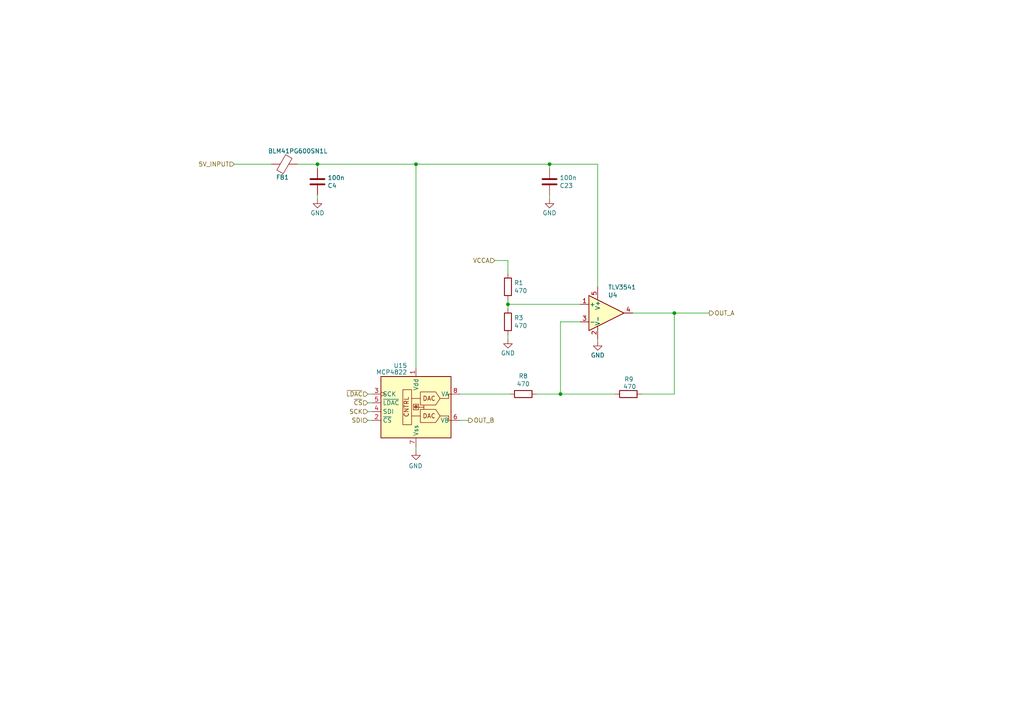
<source format=kicad_sch>
(kicad_sch (version 20200618) (host eeschema "(5.99.0-2241-g37ce9fb84)")
  (page 1 5)
  (paper "A4")
  (title_block (date "2020-06-30") (rev "A") (company "Radovan Blažek") (comment 3 "In preparation") (comment 4 "EN"))
  (lib_symbols
    (symbol "Amplifier_Operational:LMV321" (pin_names (offset 0.127))
      (property "Reference" "U" (at 0 5.08 0))
      (property "Value" "LMV321" (at 0 -5.08 0))
      (symbol "LMV321_0_1"
        (polyline (pts (xy -5.08 5.08) (xy 5.08 0) (xy -5.08 -5.08) (xy -5.08 5.08)) (stroke (width 0.254)) (fill (type background)))
        (pin power_in line (at -2.54 -7.62 90) (length 3.81) (name "V-") (number "2"))
        (pin power_in line (at -2.54 7.62 270) (length 3.81) (name "V+") (number "5"))
      )
      (symbol "LMV321_1_1"
        (pin input line (at -7.62 2.54 0) (length 2.54) (name "+") (number "1"))
        (pin input line (at -7.62 -2.54 0) (length 2.54) (name "-") (number "3"))
        (pin output line (at 7.62 0 180) (length 2.54) (name "~") (number "4"))
      )
    )
    (symbol "Analog_DAC:MCP4822"
      (property "Reference" "U" (at -2.54 10.795 0))
      (property "Value" "MCP4822" (at -2.54 8.89 0))
      (symbol "MCP4822_0_0"
        (text "CNTRL" (at -2.032 -4.191 900) (effects (font (size 1.27 1.27)) (justify left bottom)))
        (text "DAC" (at 3.81 -3.81 0) (effects (font (size 1.27 1.27))))
        (text "DAC" (at 3.81 1.27 0) (effects (font (size 1.27 1.27))))
        (rectangle (start 0.762 -0.381) (end -0.762 -2.032))
        (polyline (pts (xy 0 -1.778) (xy 0 -0.635)))
        (polyline (pts (xy 0.381 -0.889) (xy 0.508 -0.762)))
        (polyline (pts (xy 2.286 -1.143) (xy 2.286 -1.905)))
        (polyline (pts (xy 0.381 -0.889) (xy -0.381 -0.889) (xy -0.508 -1.016)))
        (polyline (pts (xy 0.762 -1.27) (xy 2.286 -1.27) (xy 2.286 -0.762)))
        (polyline (pts (xy 0 -0.889) (xy 0.508 -1.397) (xy -0.508 -1.397) (xy 0 -0.889)))
        (polyline (pts (xy 6.985 -3.81) (xy 9.525 -3.81) (xy 9.525 -5.08) (xy 10.16 -5.08)))
        (polyline (pts (xy 6.985 1.27) (xy 9.525 1.27) (xy 9.525 2.54) (xy 10.16 2.54)))
      )
      (symbol "MCP4822_0_1"
        (rectangle (start -10.16 7.62) (end 10.16 -10.16) (stroke (width 0.254)) (fill (type background)))
        (rectangle (start -1.27 -6.35) (end -3.81 3.81))
        (polyline (pts (xy 1.27 -3.81) (xy -1.27 -3.81)))
        (polyline (pts (xy 1.27 1.27) (xy -1.27 1.27)))
        (polyline (pts (xy 6.985 -3.81) (xy 5.715 -1.905) (xy 1.27 -1.905) (xy 1.27 -5.715) (xy 5.715 -5.715) (xy 6.985 -3.81)))
        (polyline (pts (xy 6.985 1.27) (xy 5.715 3.175) (xy 1.27 3.175) (xy 1.27 -0.635) (xy 5.715 -0.635) (xy 6.985 1.27)))
      )
      (symbol "MCP4822_1_1"
        (pin power_in line (at 0 10.16 270) (length 2.54) (name "Vdd") (number "1"))
        (pin input line (at -12.7 -5.08 0) (length 2.54) (name "~CS") (number "2"))
        (pin input clock (at -12.7 2.54 0) (length 2.54) (name "SCK") (number "3"))
        (pin input line (at -12.7 -2.54 0) (length 2.54) (name "SDI") (number "4"))
        (pin input line (at -12.7 0 0) (length 2.54) (name "~LDAC") (number "5"))
        (pin output line (at 12.7 -5.08 180) (length 2.54) (name "VB") (number "6"))
        (pin power_in line (at 0 -12.7 90) (length 2.54) (name "Vss") (number "7"))
        (pin output line (at 12.7 2.54 180) (length 2.54) (name "VA") (number "8"))
      )
    )
    (symbol "Device:C" (pin_numbers hide) (pin_names (offset 0.254))
      (property "Reference" "C" (at 0.635 2.54 0))
      (property "Value" "C" (at 0.635 -2.54 0))
      (symbol "C_0_1"
        (polyline (pts (xy -2.032 -0.762) (xy 2.032 -0.762)) (stroke (width 0.508)))
        (polyline (pts (xy -2.032 0.762) (xy 2.032 0.762)) (stroke (width 0.508)))
      )
      (symbol "C_1_1"
        (pin passive line (at 0 3.81 270) (length 2.794) (name "~") (number "1"))
        (pin passive line (at 0 -3.81 90) (length 2.794) (name "~") (number "2"))
      )
    )
    (symbol "Device:Ferrite_Bead" (pin_numbers hide) (pin_names (offset 0))
      (property "Reference" "FB" (at -3.81 0.635 90))
      (property "Value" "Ferrite_Bead" (at 3.81 0 90))
      (symbol "Ferrite_Bead_0_1"
        (polyline (pts (xy 0 -1.27) (xy 0 -1.2192)))
        (polyline (pts (xy 0 1.27) (xy 0 1.2954)))
        (polyline (pts (xy -2.7686 0.4064) (xy -1.7018 2.2606) (xy 2.7686 -0.3048) (xy 1.6764 -2.159) (xy -2.7686 0.4064)))
      )
      (symbol "Ferrite_Bead_1_1"
        (pin passive line (at 0 3.81 270) (length 2.54) (name "~") (number "1"))
        (pin passive line (at 0 -3.81 90) (length 2.54) (name "~") (number "2"))
      )
    )
    (symbol "Device:R" (pin_numbers hide) (pin_names (offset 0))
      (property "Reference" "R" (at 2.032 0 90))
      (property "Value" "R" (at 0 0 90))
      (symbol "R_0_1"
        (rectangle (start -1.016 -2.54) (end 1.016 2.54) (stroke (width 0.254)))
      )
      (symbol "R_1_1"
        (pin passive line (at 0 3.81 270) (length 1.27) (name "~") (number "1"))
        (pin passive line (at 0 -3.81 90) (length 1.27) (name "~") (number "2"))
      )
    )
    (symbol "power:GND" (power) (pin_names (offset 0))
      (property "Value" "GND" (at 0 -3.81 0))
      (symbol "GND_0_1"
        (polyline (pts (xy 0 0) (xy 0 -1.27) (xy 1.27 -1.27) (xy 0 -2.54) (xy -1.27 -1.27) (xy 0 -1.27)))
      )
      (symbol "GND_1_1"
        (pin power_in line (at 0 0 270) (length 0) hide (name "GND") (number "1"))
      )
    )
  )
  (junction (at 92.075 47.625))
  (junction (at 120.65 47.625))
  (junction (at 147.32 88.265))
  (junction (at 159.385 47.625))
  (junction (at 162.56 114.3))
  (junction (at 195.58 90.805))
  (wire (pts (xy 67.945 47.625) (xy 78.74 47.625)))
  (wire (pts (xy 86.36 47.625) (xy 92.075 47.625)))
  (wire (pts (xy 92.075 47.625) (xy 92.075 48.895)))
  (wire (pts (xy 92.075 47.625) (xy 120.65 47.625)))
  (wire (pts (xy 92.075 56.515) (xy 92.075 57.785)))
  (wire (pts (xy 106.68 114.3) (xy 107.95 114.3)))
  (wire (pts (xy 106.68 116.84) (xy 107.95 116.84)))
  (wire (pts (xy 106.68 119.38) (xy 107.95 119.38)))
  (wire (pts (xy 106.68 121.92) (xy 107.95 121.92)))
  (wire (pts (xy 120.65 47.625) (xy 120.65 106.68)))
  (wire (pts (xy 120.65 47.625) (xy 159.385 47.625)))
  (wire (pts (xy 120.65 129.54) (xy 120.65 130.81)))
  (wire (pts (xy 133.35 114.3) (xy 147.955 114.3)))
  (wire (pts (xy 133.35 121.92) (xy 135.89 121.92)))
  (wire (pts (xy 143.51 75.565) (xy 147.32 75.565)))
  (wire (pts (xy 147.32 79.375) (xy 147.32 75.565)))
  (wire (pts (xy 147.32 86.995) (xy 147.32 88.265)))
  (wire (pts (xy 147.32 88.265) (xy 147.32 89.535)))
  (wire (pts (xy 147.32 97.155) (xy 147.32 98.425)))
  (wire (pts (xy 155.575 114.3) (xy 162.56 114.3)))
  (wire (pts (xy 159.385 47.625) (xy 159.385 48.895)))
  (wire (pts (xy 159.385 47.625) (xy 173.355 47.625)))
  (wire (pts (xy 159.385 56.515) (xy 159.385 57.785)))
  (wire (pts (xy 162.56 93.345) (xy 162.56 114.3)))
  (wire (pts (xy 162.56 114.3) (xy 178.435 114.3)))
  (wire (pts (xy 168.275 88.265) (xy 147.32 88.265)))
  (wire (pts (xy 168.275 93.345) (xy 162.56 93.345)))
  (wire (pts (xy 173.355 47.625) (xy 173.355 83.185)))
  (wire (pts (xy 173.355 98.425) (xy 173.355 99.06)))
  (wire (pts (xy 183.515 90.805) (xy 195.58 90.805)))
  (wire (pts (xy 195.58 90.805) (xy 195.58 114.3)))
  (wire (pts (xy 195.58 90.805) (xy 205.74 90.805)))
  (wire (pts (xy 195.58 114.3) (xy 186.055 114.3)))
  (hierarchical_label "5V_INPUT" (shape input) (at 67.945 47.625 180))
  (hierarchical_label "~LDAC" (shape input) (at 106.68 114.3 180))
  (hierarchical_label "~CS" (shape input) (at 106.68 116.84 180))
  (hierarchical_label "SCK" (shape input) (at 106.68 119.38 180))
  (hierarchical_label "SDI" (shape input) (at 106.68 121.92 180))
  (hierarchical_label "OUT_B" (shape output) (at 135.89 121.92 0))
  (hierarchical_label "VCCA" (shape input) (at 143.51 75.565 180))
  (hierarchical_label "OUT_A" (shape output) (at 205.74 90.805 0))
  (symbol (lib_id "power:GND") (at 92.075 57.785 0) (unit 1)
    (property "Reference" "#PWR010" (effects hide))
    (property "Value" "GND" (at 92.075 61.7728 0))
  )
  (symbol (lib_id "power:GND") (at 120.65 130.81 0) (mirror y) (unit 1)
    (property "Reference" "#PWR0189" (effects hide))
    (property "Value" "GND" (at 120.5357 135.1344 0))
  )
  (symbol (lib_id "power:GND") (at 147.32 98.425 0) (unit 1)
    (property "Reference" "#PWR0186" (effects hide))
    (property "Value" "GND" (at 147.32 102.4128 0))
  )
  (symbol (lib_id "power:GND") (at 159.385 57.785 0) (unit 1)
    (property "Reference" "#PWR0145" (effects hide))
    (property "Value" "GND" (at 159.385 61.7728 0))
  )
  (symbol (lib_id "power:GND") (at 173.355 99.06 0) (unit 1)
    (property "Reference" "#PWR012" (effects hide))
    (property "Value" "GND" (at 173.355 103.0478 0))
  )
  (symbol (lib_id "Device:R") (at 147.32 83.185 0) (unit 1)
    (property "Reference" "R1" (at 149.0981 82.0356 0) (effects (justify left)))
    (property "Value" "470" (at 149.0981 84.3343 0) (effects (justify left)))
    (property "Footprint" "Resistor_SMD:R_0805_2012Metric" (effects hide))
  )
  (symbol (lib_id "Device:R") (at 147.32 93.345 0) (unit 1)
    (property "Reference" "R3" (at 149.0981 92.1956 0) (effects (justify left)))
    (property "Value" "470" (at 149.0981 94.4943 0) (effects (justify left)))
    (property "Footprint" "Resistor_SMD:R_0805_2012Metric" (effects hide))
  )
  (symbol (lib_id "Device:R") (at 151.765 114.3 270) (unit 1)
    (property "Reference" "R8" (at 151.765 109.0738 90))
    (property "Value" "470" (at 151.765 111.372 90))
    (property "Footprint" "Resistor_SMD:R_0805_2012Metric" (effects hide))
  )
  (symbol (lib_id "Device:R") (at 182.245 114.3 90) (unit 1)
    (property "Reference" "R9" (at 182.3974 110.0074 90))
    (property "Value" "470" (at 182.626 112.141 90))
    (property "Footprint" "Resistor_SMD:R_0805_2012Metric" (effects hide))
  )
  (symbol (lib_id "Device:C") (at 92.075 52.705 0) (unit 1)
    (property "Reference" "C4" (at 94.996 53.848 0) (effects (justify left)))
    (property "Value" "100n" (at 94.996 51.562 0) (effects (justify left)))
    (property "Footprint" "Capacitor_SMD:C_0402_1005Metric" (effects hide))
  )
  (symbol (lib_id "Device:C") (at 159.385 52.705 0) (unit 1)
    (property "Reference" "C23" (at 162.306 53.848 0) (effects (justify left)))
    (property "Value" "100n" (at 162.306 51.562 0) (effects (justify left)))
    (property "Footprint" "Capacitor_SMD:C_0402_1005Metric" (effects hide))
  )
  (symbol (lib_id "Device:Ferrite_Bead") (at 82.55 47.625 90) (unit 1)
    (property "Reference" "FB1" (at 81.915 51.435 90))
    (property "Value" "BLM41PG600SN1L" (at 86.36 43.815 90))
    (property "Footprint" "Inductor_SMD:L_1806_4516Metric" (effects hide))
  )
  (symbol (lib_id "Amplifier_Operational:LMV321") (at 175.895 90.805 0) (unit 1)
    (property "Reference" "U4" (at 176.3522 85.598 0) (effects (justify left)))
    (property "Value" "TLV3541" (at 176.3522 83.312 0) (effects (justify left)))
    (property "Footprint" "Package_TO_SOT_SMD:SOT-23-5" (effects hide))
    (property "Datasheet" "www.ti.com/lit/ds/symlink/tlv3541.pdf" (effects hide))
  )
  (symbol (lib_id "Analog_DAC:MCP4822") (at 120.65 116.84 0) (unit 1)
    (property "Reference" "U15" (at 118.11 106.045 0) (effects (justify right)))
    (property "Value" "MCP4822" (at 118.11 107.95 0) (effects (justify right)))
    (property "Footprint" "Package_SO:MSOP-8_3x3mm_P0.65mm" (effects hide))
    (property "Datasheet" "http://ww1.microchip.com/downloads/en/DeviceDoc/20002249B.pdf" (effects hide))
  )
)
</source>
